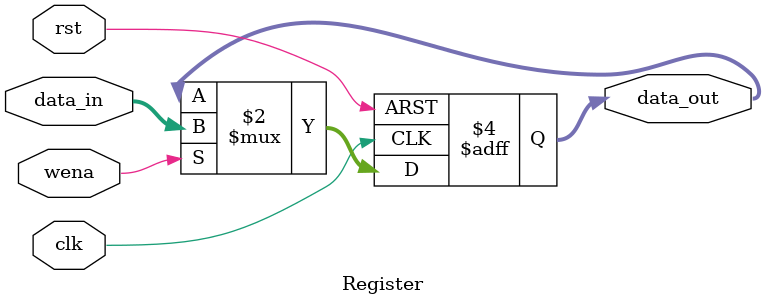
<source format=v>
`timescale 1ns / 1ps

module Register(
    input               clk, 
    input               rst, 
    input               wena, 
    input [31:0]        data_in, 
    output reg [31:0]   data_out 
    );
	
    always@(negedge clk or posedge rst)
    begin
        if(rst) 
            data_out <= 32'b0;
        else if(wena) 
            data_out <= data_in;
    end

endmodule
</source>
